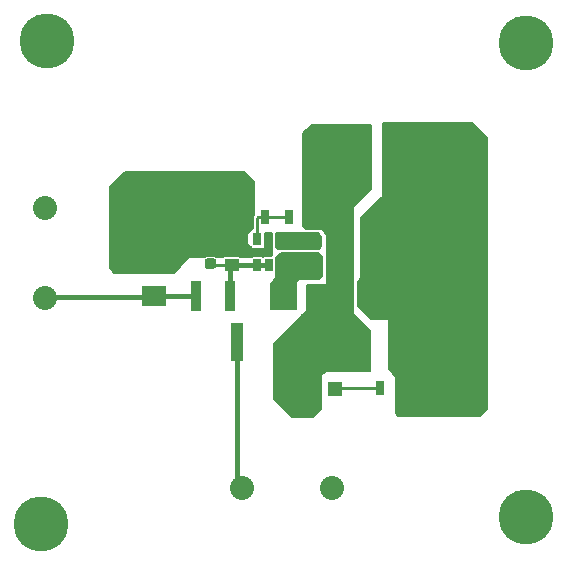
<source format=gbr>
G04 #@! TF.GenerationSoftware,KiCad,Pcbnew,5.0.2-bee76a0~70~ubuntu18.04.1*
G04 #@! TF.CreationDate,2019-02-22T10:13:23-05:00*
G04 #@! TF.ProjectId,New Buck Converter,4e657720-4275-4636-9b20-436f6e766572,rev?*
G04 #@! TF.SameCoordinates,Original*
G04 #@! TF.FileFunction,Copper,L1,Top*
G04 #@! TF.FilePolarity,Positive*
%FSLAX46Y46*%
G04 Gerber Fmt 4.6, Leading zero omitted, Abs format (unit mm)*
G04 Created by KiCad (PCBNEW 5.0.2-bee76a0~70~ubuntu18.04.1) date Fri 22 Feb 2019 10:13:23 AM EST*
%MOMM*%
%LPD*%
G01*
G04 APERTURE LIST*
G04 #@! TA.AperFunction,ComponentPad*
%ADD10C,2.032000*%
G04 #@! TD*
G04 #@! TA.AperFunction,SMDPad,CuDef*
%ADD11R,0.900000X2.500000*%
G04 #@! TD*
G04 #@! TA.AperFunction,SMDPad,CuDef*
%ADD12R,1.250000X1.000000*%
G04 #@! TD*
G04 #@! TA.AperFunction,Conductor*
%ADD13C,0.100000*%
G04 #@! TD*
G04 #@! TA.AperFunction,SMDPad,CuDef*
%ADD14C,0.875000*%
G04 #@! TD*
G04 #@! TA.AperFunction,SMDPad,CuDef*
%ADD15R,1.200000X2.000000*%
G04 #@! TD*
G04 #@! TA.AperFunction,SMDPad,CuDef*
%ADD16R,0.700000X1.300000*%
G04 #@! TD*
G04 #@! TA.AperFunction,SMDPad,CuDef*
%ADD17R,1.000000X3.200000*%
G04 #@! TD*
G04 #@! TA.AperFunction,SMDPad,CuDef*
%ADD18R,0.650000X1.060000*%
G04 #@! TD*
G04 #@! TA.AperFunction,SMDPad,CuDef*
%ADD19R,1.000000X1.600000*%
G04 #@! TD*
G04 #@! TA.AperFunction,SMDPad,CuDef*
%ADD20R,1.780000X3.500000*%
G04 #@! TD*
G04 #@! TA.AperFunction,SMDPad,CuDef*
%ADD21R,1.000000X1.250000*%
G04 #@! TD*
G04 #@! TA.AperFunction,SMDPad,CuDef*
%ADD22R,2.159000X1.778000*%
G04 #@! TD*
G04 #@! TA.AperFunction,SMDPad,CuDef*
%ADD23R,1.200000X1.200000*%
G04 #@! TD*
G04 #@! TA.AperFunction,ComponentPad*
%ADD24C,4.648200*%
G04 #@! TD*
G04 #@! TA.AperFunction,ViaPad*
%ADD25C,0.800000*%
G04 #@! TD*
G04 #@! TA.AperFunction,Conductor*
%ADD26C,0.254000*%
G04 #@! TD*
G04 #@! TA.AperFunction,Conductor*
%ADD27C,0.250000*%
G04 #@! TD*
G04 #@! TA.AperFunction,Conductor*
%ADD28C,0.381000*%
G04 #@! TD*
G04 #@! TA.AperFunction,Conductor*
%ADD29C,0.152400*%
G04 #@! TD*
G04 APERTURE END LIST*
D10*
G04 #@! TO.P,J1,2*
G04 #@! TO.N,/12V*
X107734100Y-105895140D03*
G04 #@! TO.P,J1,1*
G04 #@! TO.N,GND*
X107734100Y-98275140D03*
G04 #@! TD*
G04 #@! TO.P,J2,2*
G04 #@! TO.N,/5V*
X124409200Y-121909840D03*
G04 #@! TO.P,J2,1*
G04 #@! TO.N,GND*
X132029200Y-121909840D03*
G04 #@! TD*
D11*
G04 #@! TO.P,COUT4,1*
G04 #@! TO.N,Net-(COUT1-Pad1)*
X132458800Y-100203000D03*
G04 #@! TO.P,COUT4,2*
G04 #@! TO.N,GND*
X135358800Y-100203000D03*
G04 #@! TD*
D12*
G04 #@! TO.P,C1,2*
G04 #@! TO.N,Net-(C1-Pad2)*
X129971800Y-100981000D03*
G04 #@! TO.P,C1,1*
G04 #@! TO.N,Net-(C1-Pad1)*
X129971800Y-102981000D03*
G04 #@! TD*
G04 #@! TO.P,C2,1*
G04 #@! TO.N,Net-(C2-Pad1)*
X123558300Y-103060500D03*
G04 #@! TO.P,C2,2*
G04 #@! TO.N,GND*
X123558300Y-101060500D03*
G04 #@! TD*
D13*
G04 #@! TO.N,Net-(C2-Pad1)*
G04 #@! TO.C,C3*
G36*
X122030051Y-102502233D02*
X122051286Y-102505383D01*
X122072110Y-102510599D01*
X122092322Y-102517831D01*
X122111728Y-102527010D01*
X122130141Y-102538046D01*
X122147384Y-102550834D01*
X122163290Y-102565250D01*
X122177706Y-102581156D01*
X122190494Y-102598399D01*
X122201530Y-102616812D01*
X122210709Y-102636218D01*
X122217941Y-102656430D01*
X122223157Y-102677254D01*
X122226307Y-102698489D01*
X122227360Y-102719930D01*
X122227360Y-103157430D01*
X122226307Y-103178871D01*
X122223157Y-103200106D01*
X122217941Y-103220930D01*
X122210709Y-103241142D01*
X122201530Y-103260548D01*
X122190494Y-103278961D01*
X122177706Y-103296204D01*
X122163290Y-103312110D01*
X122147384Y-103326526D01*
X122130141Y-103339314D01*
X122111728Y-103350350D01*
X122092322Y-103359529D01*
X122072110Y-103366761D01*
X122051286Y-103371977D01*
X122030051Y-103375127D01*
X122008610Y-103376180D01*
X121496110Y-103376180D01*
X121474669Y-103375127D01*
X121453434Y-103371977D01*
X121432610Y-103366761D01*
X121412398Y-103359529D01*
X121392992Y-103350350D01*
X121374579Y-103339314D01*
X121357336Y-103326526D01*
X121341430Y-103312110D01*
X121327014Y-103296204D01*
X121314226Y-103278961D01*
X121303190Y-103260548D01*
X121294011Y-103241142D01*
X121286779Y-103220930D01*
X121281563Y-103200106D01*
X121278413Y-103178871D01*
X121277360Y-103157430D01*
X121277360Y-102719930D01*
X121278413Y-102698489D01*
X121281563Y-102677254D01*
X121286779Y-102656430D01*
X121294011Y-102636218D01*
X121303190Y-102616812D01*
X121314226Y-102598399D01*
X121327014Y-102581156D01*
X121341430Y-102565250D01*
X121357336Y-102550834D01*
X121374579Y-102538046D01*
X121392992Y-102527010D01*
X121412398Y-102517831D01*
X121432610Y-102510599D01*
X121453434Y-102505383D01*
X121474669Y-102502233D01*
X121496110Y-102501180D01*
X122008610Y-102501180D01*
X122030051Y-102502233D01*
X122030051Y-102502233D01*
G37*
D14*
G04 #@! TD*
G04 #@! TO.P,C3,1*
G04 #@! TO.N,Net-(C2-Pad1)*
X121752360Y-102938680D03*
D13*
G04 #@! TO.N,GND*
G04 #@! TO.C,C3*
G36*
X122030051Y-100927233D02*
X122051286Y-100930383D01*
X122072110Y-100935599D01*
X122092322Y-100942831D01*
X122111728Y-100952010D01*
X122130141Y-100963046D01*
X122147384Y-100975834D01*
X122163290Y-100990250D01*
X122177706Y-101006156D01*
X122190494Y-101023399D01*
X122201530Y-101041812D01*
X122210709Y-101061218D01*
X122217941Y-101081430D01*
X122223157Y-101102254D01*
X122226307Y-101123489D01*
X122227360Y-101144930D01*
X122227360Y-101582430D01*
X122226307Y-101603871D01*
X122223157Y-101625106D01*
X122217941Y-101645930D01*
X122210709Y-101666142D01*
X122201530Y-101685548D01*
X122190494Y-101703961D01*
X122177706Y-101721204D01*
X122163290Y-101737110D01*
X122147384Y-101751526D01*
X122130141Y-101764314D01*
X122111728Y-101775350D01*
X122092322Y-101784529D01*
X122072110Y-101791761D01*
X122051286Y-101796977D01*
X122030051Y-101800127D01*
X122008610Y-101801180D01*
X121496110Y-101801180D01*
X121474669Y-101800127D01*
X121453434Y-101796977D01*
X121432610Y-101791761D01*
X121412398Y-101784529D01*
X121392992Y-101775350D01*
X121374579Y-101764314D01*
X121357336Y-101751526D01*
X121341430Y-101737110D01*
X121327014Y-101721204D01*
X121314226Y-101703961D01*
X121303190Y-101685548D01*
X121294011Y-101666142D01*
X121286779Y-101645930D01*
X121281563Y-101625106D01*
X121278413Y-101603871D01*
X121277360Y-101582430D01*
X121277360Y-101144930D01*
X121278413Y-101123489D01*
X121281563Y-101102254D01*
X121286779Y-101081430D01*
X121294011Y-101061218D01*
X121303190Y-101041812D01*
X121314226Y-101023399D01*
X121327014Y-101006156D01*
X121341430Y-100990250D01*
X121357336Y-100975834D01*
X121374579Y-100963046D01*
X121392992Y-100952010D01*
X121412398Y-100942831D01*
X121432610Y-100935599D01*
X121453434Y-100930383D01*
X121474669Y-100927233D01*
X121496110Y-100926180D01*
X122008610Y-100926180D01*
X122030051Y-100927233D01*
X122030051Y-100927233D01*
G37*
D14*
G04 #@! TD*
G04 #@! TO.P,C3,2*
G04 #@! TO.N,GND*
X121752360Y-101363680D03*
D11*
G04 #@! TO.P,F1,2*
G04 #@! TO.N,/12V*
X120520800Y-105727500D03*
G04 #@! TO.P,F1,1*
G04 #@! TO.N,Net-(C2-Pad1)*
X123420800Y-105727500D03*
G04 #@! TD*
D15*
G04 #@! TO.P,L1,1*
G04 #@! TO.N,Net-(C1-Pad1)*
X127876700Y-105666540D03*
G04 #@! TO.P,L1,2*
G04 #@! TO.N,Net-(COUT1-Pad1)*
X131076700Y-105666540D03*
G04 #@! TD*
D16*
G04 #@! TO.P,R1,1*
G04 #@! TO.N,Net-(COUT1-Pad1)*
X130294420Y-98978720D03*
G04 #@! TO.P,R1,2*
G04 #@! TO.N,Net-(R1-Pad2)*
X128394420Y-98978720D03*
G04 #@! TD*
G04 #@! TO.P,R2,2*
G04 #@! TO.N,GND*
X124508220Y-98963480D03*
G04 #@! TO.P,R2,1*
G04 #@! TO.N,Net-(R1-Pad2)*
X126408220Y-98963480D03*
G04 #@! TD*
G04 #@! TO.P,R3,1*
G04 #@! TO.N,Net-(D1-Pad1)*
X136108360Y-113484660D03*
G04 #@! TO.P,R3,2*
G04 #@! TO.N,GND*
X138008360Y-113484660D03*
G04 #@! TD*
D17*
G04 #@! TO.P,R4,1*
G04 #@! TO.N,Net-(COUT1-Pad1)*
X130228200Y-109606080D03*
G04 #@! TO.P,R4,2*
G04 #@! TO.N,/5V*
X124028200Y-109606080D03*
G04 #@! TD*
D18*
G04 #@! TO.P,U1,1*
G04 #@! TO.N,Net-(C1-Pad2)*
X127627600Y-100865800D03*
G04 #@! TO.P,U1,2*
G04 #@! TO.N,GND*
X126677600Y-100865800D03*
G04 #@! TO.P,U1,3*
G04 #@! TO.N,Net-(R1-Pad2)*
X125727600Y-100865800D03*
G04 #@! TO.P,U1,4*
G04 #@! TO.N,Net-(C2-Pad1)*
X125727600Y-103065800D03*
G04 #@! TO.P,U1,6*
G04 #@! TO.N,Net-(C1-Pad1)*
X127627600Y-103065800D03*
G04 #@! TO.P,U1,5*
G04 #@! TO.N,Net-(C2-Pad1)*
X126677600Y-103065800D03*
G04 #@! TD*
D19*
G04 #@! TO.P,COUT1,1*
G04 #@! TO.N,Net-(COUT1-Pad1)*
X132448300Y-103251000D03*
G04 #@! TO.P,COUT1,2*
G04 #@! TO.N,GND*
X135448300Y-103251000D03*
G04 #@! TD*
D20*
G04 #@! TO.P,COUT2,1*
G04 #@! TO.N,Net-(COUT1-Pad1)*
X132829300Y-109601000D03*
G04 #@! TO.P,COUT2,2*
G04 #@! TO.N,GND*
X138109300Y-109601000D03*
G04 #@! TD*
D21*
G04 #@! TO.P,COUT3,1*
G04 #@! TO.N,Net-(COUT1-Pad1)*
X132972300Y-105600500D03*
G04 #@! TO.P,COUT3,2*
G04 #@! TO.N,GND*
X134972300Y-105600500D03*
G04 #@! TD*
D20*
G04 #@! TO.P,COUT5,2*
G04 #@! TO.N,GND*
X138109300Y-95694500D03*
G04 #@! TO.P,COUT5,1*
G04 #@! TO.N,Net-(COUT1-Pad1)*
X132829300Y-95694500D03*
G04 #@! TD*
D22*
G04 #@! TO.P,D2,2*
G04 #@! TO.N,GND*
X116954300Y-101663500D03*
G04 #@! TO.P,D2,1*
G04 #@! TO.N,/12V*
X116954300Y-105727500D03*
G04 #@! TD*
D23*
G04 #@! TO.P,D1,2*
G04 #@! TO.N,Net-(COUT1-Pad1)*
X130121660Y-113540540D03*
G04 #@! TO.P,D1,1*
G04 #@! TO.N,Net-(D1-Pad1)*
X132321660Y-113540540D03*
G04 #@! TD*
D24*
G04 #@! TO.P,REF\002A\002A,1*
G04 #@! TO.N,N/C*
X107900000Y-84100000D03*
G04 #@! TD*
G04 #@! TO.P,REF\002A\002A,1*
G04 #@! TO.N,N/C*
X148500000Y-84300000D03*
G04 #@! TD*
G04 #@! TO.P,REF\002A\002A,1*
G04 #@! TO.N,N/C*
X148500000Y-124400000D03*
G04 #@! TD*
G04 #@! TO.P,REF\002A\002A,1*
G04 #@! TO.N,N/C*
X107400000Y-125000000D03*
G04 #@! TD*
D25*
G04 #@! TO.N,GND*
X142849600Y-98732340D03*
X143019780Y-108399580D03*
X142984220Y-101693980D03*
X142984220Y-105064560D03*
X143019780Y-113235740D03*
X143019780Y-111135160D03*
X123705620Y-96205040D03*
X120876060Y-96192340D03*
X117906800Y-96230440D03*
X114752120Y-96230440D03*
X114688620Y-98028760D03*
X114675920Y-100909120D03*
X143035020Y-94940120D03*
X140154660Y-114589560D03*
G04 #@! TD*
D26*
G04 #@! TO.N,Net-(C1-Pad2)*
X129856600Y-100865800D02*
X129971800Y-100981000D01*
X127627600Y-100865800D02*
X129856600Y-100865800D01*
G04 #@! TO.N,Net-(C1-Pad1)*
X129887000Y-103065800D02*
X129971800Y-102981000D01*
X127627600Y-103065800D02*
X129887000Y-103065800D01*
D27*
X127627600Y-105417440D02*
X127876700Y-105666540D01*
X127627600Y-103065800D02*
X127627600Y-105417440D01*
D28*
G04 #@! TO.N,Net-(C2-Pad1)*
X123420800Y-103198000D02*
X123558300Y-103060500D01*
X123420800Y-105727500D02*
X123420800Y-103198000D01*
X125722300Y-103060500D02*
X125727600Y-103065800D01*
X123558300Y-103060500D02*
X125722300Y-103060500D01*
X125727600Y-103065800D02*
X126677600Y-103065800D01*
D27*
X121874180Y-103060500D02*
X121752360Y-102938680D01*
X123558300Y-103060500D02*
X121874180Y-103060500D01*
G04 #@! TO.N,GND*
X138109300Y-95694500D02*
X139249300Y-95694500D01*
X139249300Y-95694500D02*
X142704260Y-99149460D01*
X142704260Y-99149460D02*
X141845180Y-98290380D01*
X141845180Y-98290380D02*
X141845180Y-100143160D01*
X141697960Y-100143160D02*
X139308840Y-97754040D01*
X141845180Y-100143160D02*
X141697960Y-100143160D01*
X142984220Y-101693980D02*
X142984220Y-105064560D01*
X140287140Y-98732340D02*
X142849600Y-98732340D01*
X138109300Y-96554500D02*
X140287140Y-98732340D01*
X138109300Y-95694500D02*
X138109300Y-96554500D01*
X143019780Y-113235740D02*
X143121380Y-113337340D01*
X138008360Y-113484660D02*
X142770860Y-113484660D01*
X142770860Y-113484660D02*
X143019780Y-113235740D01*
X143019780Y-108399580D02*
X143019780Y-111135160D01*
X143019780Y-111135160D02*
X143019780Y-113235740D01*
D28*
X124508220Y-98963480D02*
X124508220Y-97007640D01*
X124508220Y-97007640D02*
X123705620Y-96205040D01*
X120876060Y-96192340D02*
X117944900Y-96192340D01*
X117944900Y-96192340D02*
X117906800Y-96230440D01*
X114752120Y-96230440D02*
X114752120Y-97965260D01*
X114752120Y-97965260D02*
X114688620Y-98028760D01*
X116199920Y-100909120D02*
X116954300Y-101663500D01*
X114675920Y-100909120D02*
X116199920Y-100909120D01*
X138109300Y-95694500D02*
X142280640Y-95694500D01*
X142280640Y-95694500D02*
X143035020Y-94940120D01*
X138008360Y-113484660D02*
X139049760Y-113484660D01*
X139049760Y-113484660D02*
X140154660Y-114589560D01*
G04 #@! TO.N,/5V*
X124028200Y-121541540D02*
X124414280Y-121927620D01*
X124028200Y-109606080D02*
X124028200Y-121541540D01*
G04 #@! TO.N,/12V*
X116954300Y-105727500D02*
X120520800Y-105727500D01*
X116906660Y-105775140D02*
X116954300Y-105727500D01*
X107724100Y-105775140D02*
X116906660Y-105775140D01*
D27*
G04 #@! TO.N,Net-(R1-Pad2)*
X125808220Y-98963480D02*
X126408220Y-98963480D01*
X125727600Y-99044100D02*
X125808220Y-98963480D01*
X125727600Y-100865800D02*
X125727600Y-99044100D01*
X128379180Y-98963480D02*
X128394420Y-98978720D01*
X126408220Y-98963480D02*
X128379180Y-98963480D01*
D26*
G04 #@! TO.N,Net-(COUT1-Pad1)*
X132448300Y-97762000D02*
X132448300Y-100203000D01*
X132448300Y-95758000D02*
X132448300Y-97762000D01*
X132448300Y-101707000D02*
X132448300Y-103251000D01*
X132448300Y-100203000D02*
X132448300Y-101707000D01*
D27*
X132829300Y-96143840D02*
X132829300Y-95694500D01*
X130294420Y-98678720D02*
X132829300Y-96143840D01*
X130294420Y-98978720D02*
X130294420Y-98678720D01*
X130233280Y-109601000D02*
X130228200Y-109606080D01*
X132829300Y-109601000D02*
X130233280Y-109601000D01*
X130228200Y-113395540D02*
X130116220Y-113507520D01*
X130228200Y-109606080D02*
X130228200Y-113395540D01*
X132448300Y-105054400D02*
X132971540Y-105577640D01*
X132448300Y-103251000D02*
X132448300Y-105054400D01*
X132882640Y-105666540D02*
X132971540Y-105577640D01*
X131076700Y-105666540D02*
X132882640Y-105666540D01*
X132971540Y-109458760D02*
X132829300Y-109601000D01*
X132971540Y-105577640D02*
X132971540Y-109458760D01*
G04 #@! TO.N,Net-(D1-Pad1)*
X136085500Y-113507520D02*
X136108360Y-113484660D01*
X132316220Y-113507520D02*
X136085500Y-113507520D01*
G04 #@! TD*
D29*
G04 #@! TO.N,GND*
G36*
X125478540Y-96051184D02*
X125478540Y-98785247D01*
X125472670Y-98789169D01*
X125417448Y-98871813D01*
X125394516Y-98906133D01*
X125367074Y-99044100D01*
X125374001Y-99078926D01*
X125374000Y-99958476D01*
X124886178Y-100446298D01*
X124869660Y-100471020D01*
X124863860Y-100500180D01*
X124863860Y-101213920D01*
X124869660Y-101243080D01*
X124886178Y-101267802D01*
X125282418Y-101664042D01*
X125307140Y-101680560D01*
X125336300Y-101686360D01*
X126286260Y-101686360D01*
X126315420Y-101680560D01*
X126340142Y-101664042D01*
X126356660Y-101639320D01*
X126362460Y-101610160D01*
X126362460Y-101442520D01*
X126360185Y-101424039D01*
X126359920Y-101422979D01*
X126359920Y-100373180D01*
X126966980Y-100373180D01*
X126966980Y-102246616D01*
X126910874Y-102302722D01*
X126352600Y-102302722D01*
X126263405Y-102320464D01*
X126220249Y-102349300D01*
X126184951Y-102349300D01*
X126141795Y-102320464D01*
X126052600Y-102302722D01*
X125402600Y-102302722D01*
X125313405Y-102320464D01*
X125270249Y-102349300D01*
X124278685Y-102349300D01*
X124272495Y-102345164D01*
X124183300Y-102327422D01*
X122933300Y-102327422D01*
X122844105Y-102345164D01*
X122837915Y-102349300D01*
X122251566Y-102349300D01*
X122181517Y-102302495D01*
X122008610Y-102268102D01*
X121496110Y-102268102D01*
X121323203Y-102302495D01*
X121253154Y-102349300D01*
X120015000Y-102349300D01*
X119985840Y-102355100D01*
X119961118Y-102371618D01*
X118624536Y-103708200D01*
X113610204Y-103708200D01*
X113202720Y-103300716D01*
X113202720Y-96480444D01*
X114522064Y-95161100D01*
X124588456Y-95161100D01*
X125478540Y-96051184D01*
X125478540Y-96051184D01*
G37*
X125478540Y-96051184D02*
X125478540Y-98785247D01*
X125472670Y-98789169D01*
X125417448Y-98871813D01*
X125394516Y-98906133D01*
X125367074Y-99044100D01*
X125374001Y-99078926D01*
X125374000Y-99958476D01*
X124886178Y-100446298D01*
X124869660Y-100471020D01*
X124863860Y-100500180D01*
X124863860Y-101213920D01*
X124869660Y-101243080D01*
X124886178Y-101267802D01*
X125282418Y-101664042D01*
X125307140Y-101680560D01*
X125336300Y-101686360D01*
X126286260Y-101686360D01*
X126315420Y-101680560D01*
X126340142Y-101664042D01*
X126356660Y-101639320D01*
X126362460Y-101610160D01*
X126362460Y-101442520D01*
X126360185Y-101424039D01*
X126359920Y-101422979D01*
X126359920Y-100373180D01*
X126966980Y-100373180D01*
X126966980Y-102246616D01*
X126910874Y-102302722D01*
X126352600Y-102302722D01*
X126263405Y-102320464D01*
X126220249Y-102349300D01*
X126184951Y-102349300D01*
X126141795Y-102320464D01*
X126052600Y-102302722D01*
X125402600Y-102302722D01*
X125313405Y-102320464D01*
X125270249Y-102349300D01*
X124278685Y-102349300D01*
X124272495Y-102345164D01*
X124183300Y-102327422D01*
X122933300Y-102327422D01*
X122844105Y-102345164D01*
X122837915Y-102349300D01*
X122251566Y-102349300D01*
X122181517Y-102302495D01*
X122008610Y-102268102D01*
X121496110Y-102268102D01*
X121323203Y-102302495D01*
X121253154Y-102349300D01*
X120015000Y-102349300D01*
X119985840Y-102355100D01*
X119961118Y-102371618D01*
X118624536Y-103708200D01*
X113610204Y-103708200D01*
X113202720Y-103300716D01*
X113202720Y-96480444D01*
X114522064Y-95161100D01*
X124588456Y-95161100D01*
X125478540Y-96051184D01*
G36*
X145123800Y-92331564D02*
X145123800Y-115268436D01*
X144568436Y-115823800D01*
X137631564Y-115823800D01*
X137426200Y-115618436D01*
X137426200Y-112500000D01*
X137420400Y-112470840D01*
X137403882Y-112446118D01*
X136826200Y-111868436D01*
X136826200Y-107700000D01*
X136820400Y-107670840D01*
X136803882Y-107646118D01*
X136779160Y-107629600D01*
X136750000Y-107623800D01*
X135331564Y-107623800D01*
X134226200Y-106518436D01*
X134226200Y-104481564D01*
X134503882Y-104203882D01*
X134520400Y-104179160D01*
X134526200Y-104150000D01*
X134526200Y-99081564D01*
X136303882Y-97303882D01*
X136320400Y-97279160D01*
X136326200Y-97250000D01*
X136326200Y-91076200D01*
X143868436Y-91076200D01*
X145123800Y-92331564D01*
X145123800Y-92331564D01*
G37*
X145123800Y-92331564D02*
X145123800Y-115268436D01*
X144568436Y-115823800D01*
X137631564Y-115823800D01*
X137426200Y-115618436D01*
X137426200Y-112500000D01*
X137420400Y-112470840D01*
X137403882Y-112446118D01*
X136826200Y-111868436D01*
X136826200Y-107700000D01*
X136820400Y-107670840D01*
X136803882Y-107646118D01*
X136779160Y-107629600D01*
X136750000Y-107623800D01*
X135331564Y-107623800D01*
X134226200Y-106518436D01*
X134226200Y-104481564D01*
X134503882Y-104203882D01*
X134520400Y-104179160D01*
X134526200Y-104150000D01*
X134526200Y-99081564D01*
X136303882Y-97303882D01*
X136320400Y-97279160D01*
X136326200Y-97250000D01*
X136326200Y-91076200D01*
X143868436Y-91076200D01*
X145123800Y-92331564D01*
G04 #@! TO.N,Net-(C1-Pad1)*
G36*
X131173800Y-102381564D02*
X131173800Y-103968436D01*
X130918436Y-104223800D01*
X129300000Y-104223800D01*
X129270840Y-104229600D01*
X129246118Y-104246118D01*
X128996118Y-104496118D01*
X128979600Y-104520840D01*
X128973800Y-104550000D01*
X128973800Y-106773800D01*
X126876200Y-106773800D01*
X126876200Y-104631564D01*
X127303882Y-104203882D01*
X127320400Y-104179160D01*
X127326200Y-104150000D01*
X127326200Y-102481564D01*
X127731564Y-102076200D01*
X130868436Y-102076200D01*
X131173800Y-102381564D01*
X131173800Y-102381564D01*
G37*
X131173800Y-102381564D02*
X131173800Y-103968436D01*
X130918436Y-104223800D01*
X129300000Y-104223800D01*
X129270840Y-104229600D01*
X129246118Y-104246118D01*
X128996118Y-104496118D01*
X128979600Y-104520840D01*
X128973800Y-104550000D01*
X128973800Y-106773800D01*
X126876200Y-106773800D01*
X126876200Y-104631564D01*
X127303882Y-104203882D01*
X127320400Y-104179160D01*
X127326200Y-104150000D01*
X127326200Y-102481564D01*
X127731564Y-102076200D01*
X130868436Y-102076200D01*
X131173800Y-102381564D01*
G04 #@! TO.N,Net-(COUT1-Pad1)*
G36*
X135373800Y-96618436D02*
X133846118Y-98146118D01*
X133829600Y-98170840D01*
X133823800Y-98200000D01*
X133823800Y-107200000D01*
X133829600Y-107229160D01*
X133846118Y-107253882D01*
X135273800Y-108681564D01*
X135273800Y-112073800D01*
X131500000Y-112073800D01*
X131470840Y-112079600D01*
X131446118Y-112096118D01*
X131146118Y-112396118D01*
X131129600Y-112420840D01*
X131123800Y-112450000D01*
X131123800Y-115218436D01*
X130418436Y-115923800D01*
X128631564Y-115923800D01*
X127126200Y-114418436D01*
X127126200Y-109731564D01*
X129431564Y-107426200D01*
X130250000Y-107426200D01*
X130279160Y-107420400D01*
X130303882Y-107403882D01*
X130324120Y-107383644D01*
X130340638Y-107358922D01*
X130346438Y-107329762D01*
X130340638Y-107300602D01*
X130324120Y-107275880D01*
X130299398Y-107259362D01*
X130268466Y-107253583D01*
X129588365Y-107269399D01*
X129903882Y-106953882D01*
X129920400Y-106929160D01*
X129926200Y-106900000D01*
X129926200Y-104726200D01*
X130400000Y-104726200D01*
X130429160Y-104720400D01*
X130446817Y-104708602D01*
X130465922Y-104718155D01*
X130500000Y-104726200D01*
X131550000Y-104726200D01*
X131579160Y-104720400D01*
X131603882Y-104703882D01*
X131620400Y-104679160D01*
X131626200Y-104650000D01*
X131626200Y-100550000D01*
X131620400Y-100520840D01*
X131603882Y-100496118D01*
X131153882Y-100046118D01*
X131129160Y-100029600D01*
X131100000Y-100023800D01*
X129881564Y-100023800D01*
X129626200Y-99768436D01*
X129626200Y-91881564D01*
X130331564Y-91176200D01*
X135373800Y-91176200D01*
X135373800Y-96618436D01*
X135373800Y-96618436D01*
G37*
X135373800Y-96618436D02*
X133846118Y-98146118D01*
X133829600Y-98170840D01*
X133823800Y-98200000D01*
X133823800Y-107200000D01*
X133829600Y-107229160D01*
X133846118Y-107253882D01*
X135273800Y-108681564D01*
X135273800Y-112073800D01*
X131500000Y-112073800D01*
X131470840Y-112079600D01*
X131446118Y-112096118D01*
X131146118Y-112396118D01*
X131129600Y-112420840D01*
X131123800Y-112450000D01*
X131123800Y-115218436D01*
X130418436Y-115923800D01*
X128631564Y-115923800D01*
X127126200Y-114418436D01*
X127126200Y-109731564D01*
X129431564Y-107426200D01*
X130250000Y-107426200D01*
X130279160Y-107420400D01*
X130303882Y-107403882D01*
X130324120Y-107383644D01*
X130340638Y-107358922D01*
X130346438Y-107329762D01*
X130340638Y-107300602D01*
X130324120Y-107275880D01*
X130299398Y-107259362D01*
X130268466Y-107253583D01*
X129588365Y-107269399D01*
X129903882Y-106953882D01*
X129920400Y-106929160D01*
X129926200Y-106900000D01*
X129926200Y-104726200D01*
X130400000Y-104726200D01*
X130429160Y-104720400D01*
X130446817Y-104708602D01*
X130465922Y-104718155D01*
X130500000Y-104726200D01*
X131550000Y-104726200D01*
X131579160Y-104720400D01*
X131603882Y-104703882D01*
X131620400Y-104679160D01*
X131626200Y-104650000D01*
X131626200Y-100550000D01*
X131620400Y-100520840D01*
X131603882Y-100496118D01*
X131153882Y-100046118D01*
X131129160Y-100029600D01*
X131100000Y-100023800D01*
X129881564Y-100023800D01*
X129626200Y-99768436D01*
X129626200Y-91881564D01*
X130331564Y-91176200D01*
X135373800Y-91176200D01*
X135373800Y-96618436D01*
G36*
X130423800Y-107423800D02*
X129470989Y-107423800D01*
X129470400Y-107420840D01*
X129456992Y-107400772D01*
X129681564Y-107176200D01*
X130423800Y-107176200D01*
X130423800Y-107423800D01*
X130423800Y-107423800D01*
G37*
X130423800Y-107423800D02*
X129470989Y-107423800D01*
X129470400Y-107420840D01*
X129456992Y-107400772D01*
X129681564Y-107176200D01*
X130423800Y-107176200D01*
X130423800Y-107423800D01*
G04 #@! TO.N,Net-(C1-Pad2)*
G36*
X131123800Y-100681564D02*
X131123800Y-101468436D01*
X130918436Y-101673800D01*
X127431564Y-101673800D01*
X127326200Y-101568436D01*
X127326200Y-100376200D01*
X130818436Y-100376200D01*
X131123800Y-100681564D01*
X131123800Y-100681564D01*
G37*
X131123800Y-100681564D02*
X131123800Y-101468436D01*
X130918436Y-101673800D01*
X127431564Y-101673800D01*
X127326200Y-101568436D01*
X127326200Y-100376200D01*
X130818436Y-100376200D01*
X131123800Y-100681564D01*
G04 #@! TD*
M02*

</source>
